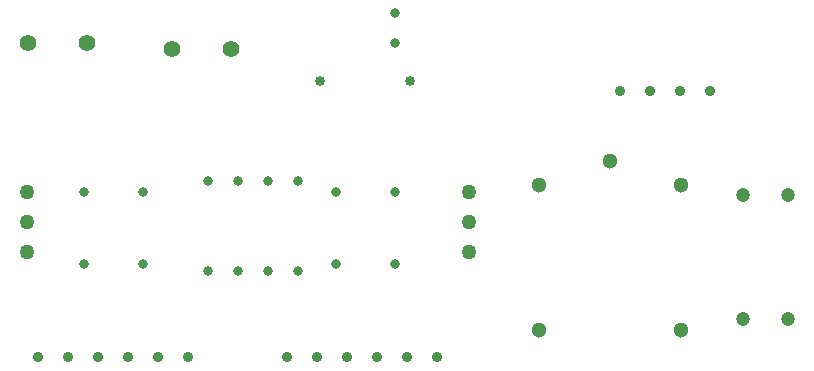
<source format=gbr>
%TF.GenerationSoftware,Altium Limited,Altium Designer,21.0.9 (235)*%
G04 Layer_Color=0*
%FSLAX45Y45*%
%MOMM*%
%TF.SameCoordinates,ED2B7B90-DC9C-465B-8049-FED9E851BE10*%
%TF.FilePolarity,Positive*%
%TF.FileFunction,Plated,1,2,PTH,Drill*%
%TF.Part,Single*%
G01*
G75*
%TA.AperFunction,ComponentDrill*%
%ADD60C,0.90000*%
%ADD61C,1.40000*%
%ADD62C,1.27000*%
%ADD63C,0.81280*%
%ADD64C,0.85000*%
%ADD65C,1.30000*%
%ADD66C,1.20000*%
%ADD67C,0.80000*%
D60*
X688101Y601980D02*
D03*
X942101D02*
D03*
X1196101D02*
D03*
X1450101D02*
D03*
X1704101D02*
D03*
X1958101D02*
D03*
X2794000D02*
D03*
X3048000D02*
D03*
X3302000D02*
D03*
X3556000D02*
D03*
X3810000D02*
D03*
X4064000D02*
D03*
X5611099Y2849281D02*
D03*
X5865099D02*
D03*
X6119099D02*
D03*
X6373099D02*
D03*
D61*
X2319106Y3205683D02*
D03*
X1819107D02*
D03*
X599201Y3255681D02*
D03*
X1099205D02*
D03*
D62*
X4330700Y1490386D02*
D03*
Y1745381D02*
D03*
Y2000382D02*
D03*
X591205Y1490381D02*
D03*
Y1745381D02*
D03*
Y2000382D02*
D03*
D63*
X2885201Y2087281D02*
D03*
X2631201D02*
D03*
X2885201Y1325281D02*
D03*
X2631201D02*
D03*
X2123201Y2087281D02*
D03*
X2377201D02*
D03*
Y1325281D02*
D03*
X2123201D02*
D03*
D64*
X3074888Y2935529D02*
D03*
X3836888D02*
D03*
D65*
X4929901Y2059981D02*
D03*
Y829981D02*
D03*
X6129904D02*
D03*
Y2059981D02*
D03*
X5529900Y2259980D02*
D03*
D66*
X6657101Y1967977D02*
D03*
Y921979D02*
D03*
X7035800Y1967977D02*
D03*
Y921979D02*
D03*
D67*
X3710701Y3512683D02*
D03*
Y3258683D02*
D03*
X3206704Y1388781D02*
D03*
X3706703D02*
D03*
X3206704Y1998381D02*
D03*
X3706703D02*
D03*
X1077803Y1388781D02*
D03*
X1577802D02*
D03*
X1077803Y1998381D02*
D03*
X1577802D02*
D03*
%TF.MD5,e49fdb6e4bc5fc150e1dfe029b719e33*%
M02*

</source>
